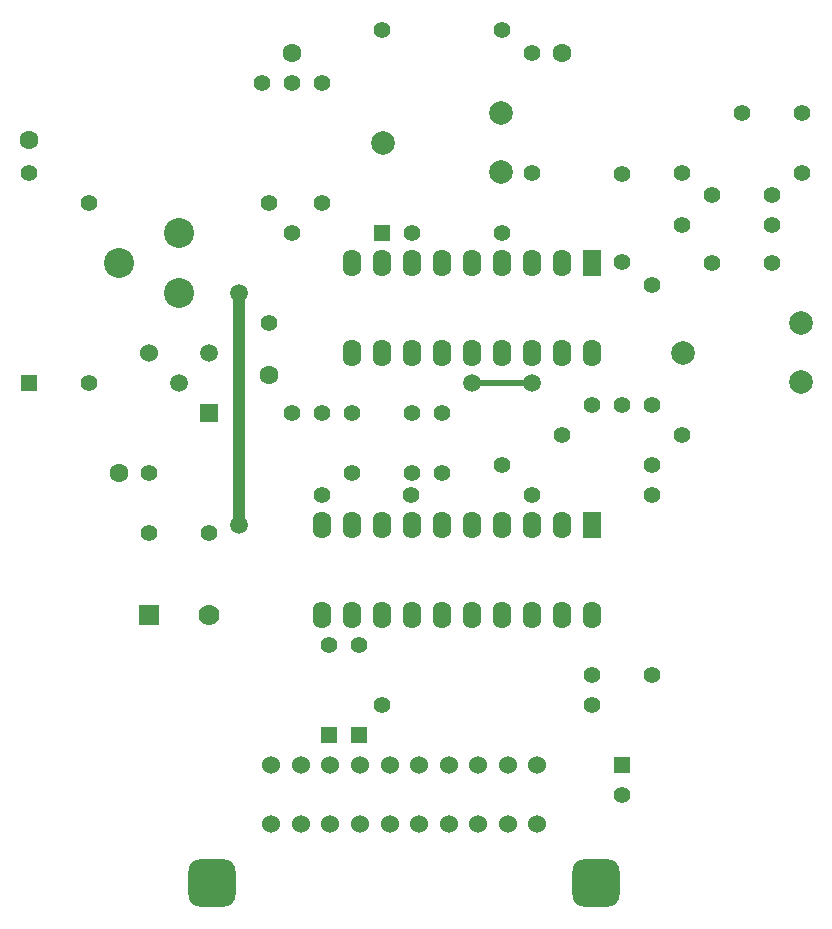
<source format=gtl>
G04 #@! TF.GenerationSoftware,KiCad,Pcbnew,6.0.1-79c1e3a40b~116~ubuntu20.04.1*
G04 #@! TF.CreationDate,2022-02-05T14:03:53+01:00*
G04 #@! TF.ProjectId,modulator,6d6f6475-6c61-4746-9f72-2e6b69636164,1.0*
G04 #@! TF.SameCoordinates,PX6acfc00PY8e18f40*
G04 #@! TF.FileFunction,Copper,L1,Top*
G04 #@! TF.FilePolarity,Positive*
%FSLAX46Y46*%
G04 Gerber Fmt 4.6, Leading zero omitted, Abs format (unit mm)*
G04 Created by KiCad (PCBNEW 6.0.1-79c1e3a40b~116~ubuntu20.04.1) date 2022-02-05 14:03:53*
%MOMM*%
%LPD*%
G01*
G04 APERTURE LIST*
G04 Aperture macros list*
%AMRoundRect*
0 Rectangle with rounded corners*
0 $1 Rounding radius*
0 $2 $3 $4 $5 $6 $7 $8 $9 X,Y pos of 4 corners*
0 Add a 4 corners polygon primitive as box body*
4,1,4,$2,$3,$4,$5,$6,$7,$8,$9,$2,$3,0*
0 Add four circle primitives for the rounded corners*
1,1,$1+$1,$2,$3*
1,1,$1+$1,$4,$5*
1,1,$1+$1,$6,$7*
1,1,$1+$1,$8,$9*
0 Add four rect primitives between the rounded corners*
20,1,$1+$1,$2,$3,$4,$5,0*
20,1,$1+$1,$4,$5,$6,$7,0*
20,1,$1+$1,$6,$7,$8,$9,0*
20,1,$1+$1,$8,$9,$2,$3,0*%
G04 Aperture macros list end*
G04 #@! TA.AperFunction,ComponentPad*
%ADD10C,1.600000*%
G04 #@! TD*
G04 #@! TA.AperFunction,ComponentPad*
%ADD11C,1.397000*%
G04 #@! TD*
G04 #@! TA.AperFunction,ComponentPad*
%ADD12R,1.500000X1.500000*%
G04 #@! TD*
G04 #@! TA.AperFunction,ComponentPad*
%ADD13C,1.500000*%
G04 #@! TD*
G04 #@! TA.AperFunction,ComponentPad*
%ADD14RoundRect,1.000000X-1.000000X-1.000000X1.000000X-1.000000X1.000000X1.000000X-1.000000X1.000000X0*%
G04 #@! TD*
G04 #@! TA.AperFunction,ComponentPad*
%ADD15C,1.524000*%
G04 #@! TD*
G04 #@! TA.AperFunction,ComponentPad*
%ADD16C,2.540000*%
G04 #@! TD*
G04 #@! TA.AperFunction,ComponentPad*
%ADD17C,2.000000*%
G04 #@! TD*
G04 #@! TA.AperFunction,ComponentPad*
%ADD18R,1.574800X2.286000*%
G04 #@! TD*
G04 #@! TA.AperFunction,ComponentPad*
%ADD19O,1.574800X2.286000*%
G04 #@! TD*
G04 #@! TA.AperFunction,ComponentPad*
%ADD20R,1.397000X1.397000*%
G04 #@! TD*
G04 #@! TA.AperFunction,ComponentPad*
%ADD21R,1.778000X1.778000*%
G04 #@! TD*
G04 #@! TA.AperFunction,ComponentPad*
%ADD22C,1.778000*%
G04 #@! TD*
G04 #@! TA.AperFunction,ViaPad*
%ADD23C,1.500000*%
G04 #@! TD*
G04 #@! TA.AperFunction,Conductor*
%ADD24C,0.508000*%
G04 #@! TD*
G04 #@! TA.AperFunction,Conductor*
%ADD25C,1.016000*%
G04 #@! TD*
G04 APERTURE END LIST*
D10*
X7380000Y67974000D03*
D11*
X47385000Y40415000D03*
X60085000Y40415000D03*
X49925000Y37875000D03*
X60085000Y37875000D03*
D12*
X22620000Y44860000D03*
D13*
X22620000Y49940000D03*
X20080000Y47400000D03*
D14*
X22879080Y5030260D03*
X55380920Y5030260D03*
D15*
X37880320Y10028980D03*
X35380960Y10028980D03*
X32881600Y10028980D03*
X30379700Y10028980D03*
X27880340Y10028980D03*
X40379680Y10028980D03*
X42879040Y10028980D03*
X45380940Y10028980D03*
X47880300Y10028980D03*
X50379660Y10028980D03*
X50379660Y15027700D03*
X47880300Y15027700D03*
X45380940Y15027700D03*
X42879040Y15027700D03*
X40379680Y15027700D03*
X27880340Y15027700D03*
X30379700Y15027700D03*
X32881600Y15027700D03*
X35380960Y15027700D03*
X37880320Y15027700D03*
D10*
X29605000Y75340000D03*
X15000000Y39780000D03*
X52465000Y75340000D03*
D16*
X20080000Y55020000D03*
X15000000Y57560000D03*
X20080000Y60100000D03*
D10*
X27700000Y48035000D03*
D17*
X72706260Y52439360D03*
X72706260Y47440640D03*
X62703740Y49940000D03*
X47306260Y70219360D03*
X47306260Y65220640D03*
X37303740Y67720000D03*
D11*
X55005000Y20095000D03*
X37225000Y20095000D03*
X12460000Y47400000D03*
X12460000Y62640000D03*
X47385000Y77245000D03*
X37225000Y77245000D03*
X60085000Y55655000D03*
X60085000Y45495000D03*
X62625000Y65180000D03*
X72785000Y65180000D03*
D15*
X17540000Y49940000D03*
D11*
X17540000Y39780000D03*
X32145000Y72800000D03*
X32145000Y62640000D03*
X49925000Y75340000D03*
X49925000Y65180000D03*
X27700000Y52480000D03*
X27700000Y62640000D03*
X52465000Y42955000D03*
X62625000Y42955000D03*
X39765000Y60100000D03*
X47385000Y60100000D03*
X70245000Y60735000D03*
X62625000Y60735000D03*
D18*
X55005000Y35335000D03*
D19*
X52465000Y35335000D03*
X49925000Y35335000D03*
X47385000Y35335000D03*
X44845000Y35335000D03*
X42305000Y35335000D03*
X39765000Y35335000D03*
X37225000Y35335000D03*
X34685000Y35335000D03*
X32145000Y35335000D03*
X32145000Y27715000D03*
X34685000Y27715000D03*
X37225000Y27715000D03*
X39765000Y27715000D03*
X42305000Y27715000D03*
X44845000Y27715000D03*
X47385000Y27715000D03*
X49925000Y27715000D03*
X52465000Y27715000D03*
X55005000Y27715000D03*
D18*
X55005000Y57560000D03*
D19*
X52465000Y57560000D03*
X49925000Y57560000D03*
X47385000Y57560000D03*
X44845000Y57560000D03*
X42305000Y57560000D03*
X39765000Y57560000D03*
X37225000Y57560000D03*
X34685000Y57560000D03*
X34685000Y49940000D03*
X37225000Y49940000D03*
X39765000Y49940000D03*
X42305000Y49940000D03*
X44845000Y49940000D03*
X47385000Y49940000D03*
X49925000Y49940000D03*
X52465000Y49940000D03*
X55005000Y49940000D03*
D20*
X35320000Y17555000D03*
D11*
X35320000Y25175000D03*
D20*
X37225000Y60100000D03*
D11*
X29605000Y60100000D03*
D20*
X32780000Y17555000D03*
D11*
X32780000Y25175000D03*
D20*
X7380000Y47400000D03*
D11*
X7380000Y65180000D03*
X57545000Y57620960D03*
X57545000Y65119040D03*
D21*
X17540000Y27715000D03*
D22*
X22620000Y27715000D03*
D11*
X67705000Y70260000D03*
X72785000Y70260000D03*
X55005000Y22635000D03*
X60085000Y22635000D03*
X70245000Y63275000D03*
X65165000Y63275000D03*
X17540000Y34700000D03*
X22620000Y34700000D03*
X70245000Y57560000D03*
X65165000Y57560000D03*
D20*
X57545000Y15015000D03*
D11*
X57545000Y12475000D03*
X29605000Y44860000D03*
X32145000Y44860000D03*
X29605000Y72800000D03*
X27065000Y72800000D03*
X55005000Y45495000D03*
X57545000Y45495000D03*
X42305000Y39780000D03*
X42305000Y44860000D03*
X39765000Y39780000D03*
X39765000Y44860000D03*
X34685000Y44860000D03*
X34685000Y39780000D03*
X39704040Y37875000D03*
X32205960Y37875000D03*
D23*
X44845000Y47400000D03*
X49925000Y47400000D03*
X25160000Y55020000D03*
X25160000Y35335000D03*
D24*
X49925000Y47400000D02*
X44845000Y47400000D01*
D25*
X25160000Y55020000D02*
X25160000Y35335000D01*
M02*

</source>
